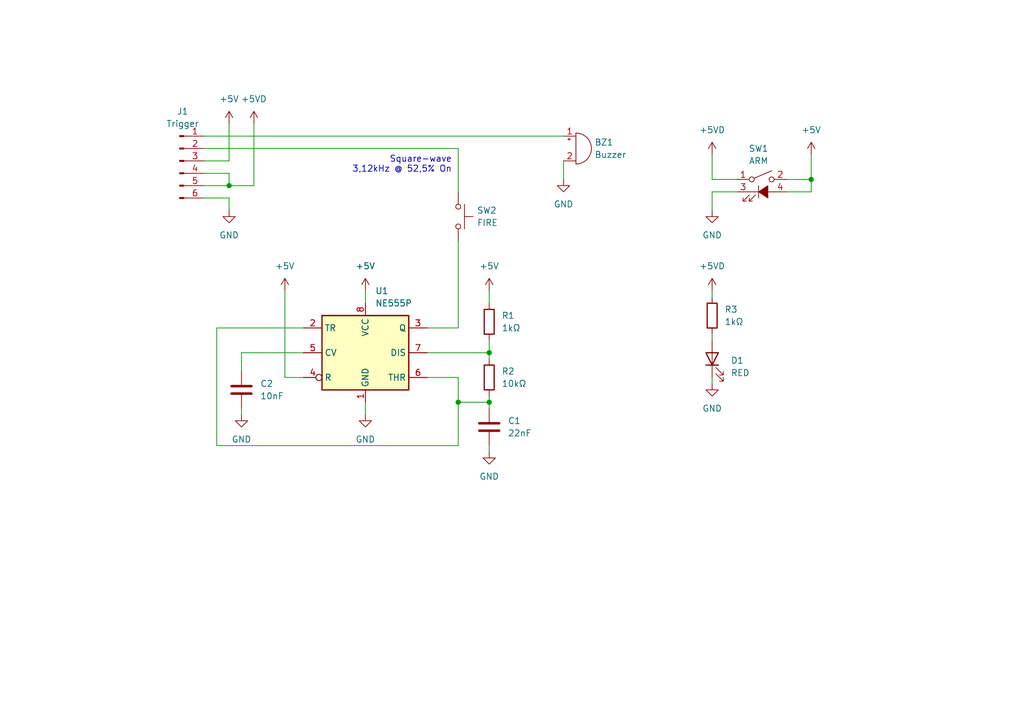
<source format=kicad_sch>
(kicad_sch (version 20211123) (generator eeschema)
  (paper "A5")
  (title_block (title "Trigger") (date "2023-06-24") (rev "1") (comment 4 "3,12kHz square-wave oscillator"))
  (lib_symbols
    (symbol "Connector:Conn_01x06_Male" (pin_names (offset 1.016) hide)
      (property "Reference" "J" (at 0 7.62 0))
      (property "Value" "Conn_01x06_Male" (at 0 -10.16 0))
      (symbol "Conn_01x06_Male_1_1"
        (polyline (pts (xy 1.27 -7.62) (xy 0.8636 -7.62)) (stroke (width 0.1524)))
        (polyline (pts (xy 1.27 -5.08) (xy 0.8636 -5.08)) (stroke (width 0.1524)))
        (polyline (pts (xy 1.27 -2.54) (xy 0.8636 -2.54)) (stroke (width 0.1524)))
        (polyline (pts (xy 1.27 0) (xy 0.8636 0)) (stroke (width 0.1524)))
        (polyline (pts (xy 1.27 2.54) (xy 0.8636 2.54)) (stroke (width 0.1524)))
        (polyline (pts (xy 1.27 5.08) (xy 0.8636 5.08)) (stroke (width 0.1524)))
        (rectangle (start 0.8636 -7.493) (end 0 -7.747) (stroke (width 0.1524)) (fill (type outline)))
        (rectangle (start 0.8636 -4.953) (end 0 -5.207) (stroke (width 0.1524)) (fill (type outline)))
        (rectangle (start 0.8636 -2.413) (end 0 -2.667) (stroke (width 0.1524)) (fill (type outline)))
        (rectangle (start 0.8636 0.127) (end 0 -0.127) (stroke (width 0.1524)) (fill (type outline)))
        (rectangle (start 0.8636 2.667) (end 0 2.413) (stroke (width 0.1524)) (fill (type outline)))
        (rectangle (start 0.8636 5.207) (end 0 4.953) (stroke (width 0.1524)) (fill (type outline)))
        (pin passive line (at 5.08 5.08 180) (length 3.81) (name "Pin_1") (number "1"))
        (pin passive line (at 5.08 2.54 180) (length 3.81) (name "Pin_2") (number "2"))
        (pin passive line (at 5.08 0 180) (length 3.81) (name "Pin_3") (number "3"))
        (pin passive line (at 5.08 -2.54 180) (length 3.81) (name "Pin_4") (number "4"))
        (pin passive line (at 5.08 -5.08 180) (length 3.81) (name "Pin_5") (number "5"))
        (pin passive line (at 5.08 -7.62 180) (length 3.81) (name "Pin_6") (number "6"))
      )
    )
    (symbol "Device:Buzzer" (pin_names (offset 0.0254) hide)
      (property "Reference" "BZ" (at 3.81 1.27 0))
      (property "Value" "Buzzer" (at 3.81 -1.27 0))
      (symbol "Buzzer_0_1"
        (arc (start 0 -3.175) (mid 3.175 0) (end 0 3.175))
        (polyline (pts (xy -1.651 1.905) (xy -1.143 1.905)))
        (polyline (pts (xy -1.397 2.159) (xy -1.397 1.651)))
        (polyline (pts (xy 0 3.175) (xy 0 -3.175)))
      )
      (symbol "Buzzer_1_1"
        (pin passive line (at -2.54 2.54 0) (length 2.54) (name "-") (number "1"))
        (pin passive line (at -2.54 -2.54 0) (length 2.54) (name "+") (number "2"))
      )
    )
    (symbol "Device:C" (pin_numbers hide) (pin_names (offset 0.254))
      (property "Reference" "C" (at 0.635 2.54 0))
      (property "Value" "C" (at 0.635 -2.54 0))
      (symbol "C_0_1"
        (polyline (pts (xy -2.032 -0.762) (xy 2.032 -0.762)) (stroke (width 0.508)))
        (polyline (pts (xy -2.032 0.762) (xy 2.032 0.762)) (stroke (width 0.508)))
      )
      (symbol "C_1_1"
        (pin passive line (at 0 3.81 270) (length 2.794) (name "~") (number "1"))
        (pin passive line (at 0 -3.81 90) (length 2.794) (name "~") (number "2"))
      )
    )
    (symbol "Device:LED" (pin_numbers hide) (pin_names (offset 1.016) hide)
      (property "Reference" "D" (at 0 2.54 0))
      (property "Value" "LED" (at 0 -2.54 0))
      (symbol "LED_0_1"
        (polyline (pts (xy -1.27 -1.27) (xy -1.27 1.27)) (stroke (width 0.254)))
        (polyline (pts (xy -1.27 0) (xy 1.27 0)))
        (polyline (pts (xy 1.27 -1.27) (xy 1.27 1.27) (xy -1.27 0) (xy 1.27 -1.27)) (stroke (width 0.254)))
        (polyline (pts (xy -3.048 -0.762) (xy -4.572 -2.286) (xy -3.81 -2.286) (xy -4.572 -2.286) (xy -4.572 -1.524)))
        (polyline (pts (xy -1.778 -0.762) (xy -3.302 -2.286) (xy -2.54 -2.286) (xy -3.302 -2.286) (xy -3.302 -1.524)))
      )
      (symbol "LED_1_1"
        (pin passive line (at -3.81 0 0) (length 2.54) (name "K") (number "1"))
        (pin passive line (at 3.81 0 180) (length 2.54) (name "A") (number "2"))
      )
    )
    (symbol "Device:R" (pin_numbers hide) (pin_names (offset 0))
      (property "Reference" "R" (at 2.032 0 90))
      (property "Value" "R" (at 0 0 90))
      (symbol "R_0_1"
        (rectangle (start -1.016 -2.54) (end 1.016 2.54) (stroke (width 0.254)))
      )
      (symbol "R_1_1"
        (pin passive line (at 0 3.81 270) (length 1.27) (name "~") (number "1"))
        (pin passive line (at 0 -3.81 90) (length 1.27) (name "~") (number "2"))
      )
    )
    (symbol "Switch:SW_Push" (pin_numbers hide) (pin_names (offset 1.016) hide)
      (property "Reference" "SW" (at 1.27 2.54 0))
      (property "Value" "SW_Push" (at 0 -1.524 0))
      (symbol "SW_Push_0_1"
        (circle (center -2.032 0) (radius 0.508))
        (polyline (pts (xy 0 1.27) (xy 0 3.048)))
        (polyline (pts (xy 2.54 1.27) (xy -2.54 1.27)))
        (circle (center 2.032 0) (radius 0.508))
        (pin passive line (at -5.08 0 0) (length 2.54) (name "1") (number "1"))
        (pin passive line (at 5.08 0 180) (length 2.54) (name "2") (number "2"))
      )
    )
    (symbol "Switch:SW_SPST_LED" (pin_names (offset 1.016) hide)
      (property "Reference" "SW" (at 0.635 5.715 0))
      (property "Value" "SW_SPST_LED" (at 0 -3.175 0))
      (symbol "SW_SPST_LED_0_0"
        (polyline (pts (xy -3.81 -1.905) (xy -2.54 -0.635)))
        (polyline (pts (xy -2.54 -1.905) (xy -1.27 -0.635)))
        (polyline (pts (xy -2.54 0) (xy 2.54 0)))
        (polyline (pts (xy -0.635 1.27) (xy -0.635 -1.27)))
        (polyline (pts (xy -3.81 -1.27) (xy -3.81 -1.905) (xy -3.175 -1.905)))
        (polyline (pts (xy -2.54 -1.27) (xy -2.54 -1.905) (xy -1.905 -1.905)))
        (polyline (pts (xy -0.635 0) (xy 1.27 1.27) (xy 1.27 -1.27) (xy -0.635 0)) (fill (type outline)))
      )
      (symbol "SW_SPST_LED_0_1"
        (circle (center -2.032 2.54) (radius 0.508))
        (polyline (pts (xy -1.524 2.794) (xy 2.032 4.318)))
        (circle (center 2.032 2.54) (radius 0.508))
        (pin passive line (at -5.08 2.54 0) (length 2.54) (name "1") (number "1"))
        (pin passive line (at 5.08 2.54 180) (length 2.54) (name "2") (number "2"))
        (pin passive line (at -5.08 0 0) (length 2.54) (name "K") (number "3"))
        (pin passive line (at 5.08 0 180) (length 2.54) (name "A") (number "4"))
      )
    )
    (symbol "Timer:NE555P"
      (property "Reference" "U" (at -10.16 8.89 0))
      (property "Value" "NE555P" (at 2.54 8.89 0))
      (symbol "NE555P_0_0"
        (pin power_in line (at 0 -10.16 90) (length 2.54) (name "GND") (number "1"))
        (pin power_in line (at 0 10.16 270) (length 2.54) (name "VCC") (number "8"))
      )
      (symbol "NE555P_0_1"
        (rectangle (start -8.89 -7.62) (end 8.89 7.62) (stroke (width 0.254)) (fill (type background)))
        (rectangle (start -8.89 -7.62) (end 8.89 7.62) (stroke (width 0.254)) (fill (type background)))
      )
      (symbol "NE555P_1_1"
        (pin input line (at -12.7 5.08 0) (length 3.81) (name "TR") (number "2"))
        (pin output line (at 12.7 5.08 180) (length 3.81) (name "Q") (number "3"))
        (pin input inverted (at -12.7 -5.08 0) (length 3.81) (name "R") (number "4"))
        (pin input line (at -12.7 0 0) (length 3.81) (name "CV") (number "5"))
        (pin input line (at 12.7 -5.08 180) (length 3.81) (name "THR") (number "6"))
        (pin input line (at 12.7 0 180) (length 3.81) (name "DIS") (number "7"))
      )
    )
    (symbol "power:+5V" (power) (pin_names (offset 0))
      (property "Value" "+5V" (at 0 3.556 0))
      (symbol "+5V_0_1"
        (polyline (pts (xy -0.762 1.27) (xy 0 2.54)))
        (polyline (pts (xy 0 0) (xy 0 2.54)))
        (polyline (pts (xy 0 2.54) (xy 0.762 1.27)))
      )
      (symbol "+5V_1_1"
        (pin power_in line (at 0 0 90) (length 0) hide (name "+5V") (number "1"))
      )
    )
    (symbol "power:+5VD" (power) (pin_names (offset 0))
      (property "Value" "+5VD" (at 0 3.556 0))
      (symbol "+5VD_0_1"
        (polyline (pts (xy -0.762 1.27) (xy 0 2.54)))
        (polyline (pts (xy 0 0) (xy 0 2.54)))
        (polyline (pts (xy 0 2.54) (xy 0.762 1.27)))
      )
      (symbol "+5VD_1_1"
        (pin power_in line (at 0 0 90) (length 0) hide (name "+5VD") (number "1"))
      )
    )
    (symbol "power:GND" (power) (pin_names (offset 0))
      (property "Value" "GND" (at 0 -3.81 0))
      (symbol "GND_0_1"
        (polyline (pts (xy 0 0) (xy 0 -1.27) (xy 1.27 -1.27) (xy 0 -2.54) (xy -1.27 -1.27) (xy 0 -1.27)))
      )
      (symbol "GND_1_1"
        (pin power_in line (at 0 0 270) (length 0) hide (name "GND") (number "1"))
      )
    )
  )
  (junction (at 100.33 72.39))
  (junction (at 93.98 82.55))
  (junction (at 46.99 38.1))
  (junction (at 166.37 36.83))
  (junction (at 100.33 82.55))
  (wire (pts (xy 44.45 91.44) (xy 93.98 91.44)))
  (wire (pts (xy 44.45 67.31) (xy 44.45 91.44)))
  (wire (pts (xy 74.93 82.55) (xy 74.93 85.09)))
  (wire (pts (xy 115.57 33.02) (xy 115.57 36.83)))
  (wire (pts (xy 52.07 25.4) (xy 52.07 38.1)))
  (wire (pts (xy 161.29 39.37) (xy 166.37 39.37)))
  (wire (pts (xy 62.23 67.31) (xy 44.45 67.31)))
  (wire (pts (xy 151.13 36.83) (xy 146.05 36.83)))
  (wire (pts (xy 100.33 92.71) (xy 100.33 91.44)))
  (wire (pts (xy 46.99 40.64) (xy 46.99 43.18)))
  (wire (pts (xy 74.93 59.69) (xy 74.93 62.23)))
  (wire (pts (xy 41.91 30.48) (xy 93.98 30.48)))
  (wire (pts (xy 100.33 72.39) (xy 100.33 73.66)))
  (wire (pts (xy 87.63 67.31) (xy 93.98 67.31)))
  (wire (pts (xy 93.98 30.48) (xy 93.98 39.37)))
  (wire (pts (xy 93.98 82.55) (xy 100.33 82.55)))
  (wire (pts (xy 146.05 77.47) (xy 146.05 78.74)))
  (wire (pts (xy 146.05 59.69) (xy 146.05 60.96)))
  (wire (pts (xy 49.53 76.2) (xy 49.53 72.39)))
  (wire (pts (xy 41.91 35.56) (xy 46.99 35.56)))
  (wire (pts (xy 146.05 43.18) (xy 146.05 39.37)))
  (wire (pts (xy 41.91 38.1) (xy 46.99 38.1)))
  (wire (pts (xy 58.42 77.47) (xy 62.23 77.47)))
  (wire (pts (xy 93.98 49.53) (xy 93.98 67.31)))
  (wire (pts (xy 41.91 33.02) (xy 46.99 33.02)))
  (wire (pts (xy 87.63 77.47) (xy 93.98 77.47)))
  (wire (pts (xy 49.53 72.39) (xy 62.23 72.39)))
  (wire (pts (xy 166.37 36.83) (xy 166.37 31.75)))
  (wire (pts (xy 49.53 83.82) (xy 49.53 85.09)))
  (wire (pts (xy 46.99 35.56) (xy 46.99 38.1)))
  (wire (pts (xy 146.05 68.58) (xy 146.05 69.85)))
  (wire (pts (xy 58.42 59.69) (xy 58.42 77.47)))
  (wire (pts (xy 100.33 81.28) (xy 100.33 82.55)))
  (wire (pts (xy 161.29 36.83) (xy 166.37 36.83)))
  (wire (pts (xy 146.05 39.37) (xy 151.13 39.37)))
  (wire (pts (xy 146.05 36.83) (xy 146.05 31.75)))
  (wire (pts (xy 166.37 39.37) (xy 166.37 36.83)))
  (wire (pts (xy 100.33 59.69) (xy 100.33 62.23)))
  (wire (pts (xy 41.91 40.64) (xy 46.99 40.64)))
  (wire (pts (xy 93.98 91.44) (xy 93.98 82.55)))
  (wire (pts (xy 46.99 25.4) (xy 46.99 33.02)))
  (wire (pts (xy 93.98 77.47) (xy 93.98 82.55)))
  (wire (pts (xy 100.33 69.85) (xy 100.33 72.39)))
  (wire (pts (xy 41.91 27.94) (xy 115.57 27.94)))
  (wire (pts (xy 100.33 82.55) (xy 100.33 83.82)))
  (wire (pts (xy 87.63 72.39) (xy 100.33 72.39)))
  (wire (pts (xy 46.99 38.1) (xy 52.07 38.1)))
  (text "Square-wave\n3,12kHz @ 52,5% On" (at 92.71 35.56 180) (effects (font (size 1.27 1.27)) (justify right bottom)))
  (symbol (lib_id "Device:C") (at 49.53 80.01 0) (unit 1)
    (property "Reference" "C2" (at 53.34 78.7399 0) (effects (justify left)))
    (property "Value" "10nF" (at 53.34 81.2799 0) (effects (justify left)))
  )
  (symbol (lib_id "Device:LED") (at 146.05 73.66 90) (unit 1)
    (property "Reference" "D1" (at 149.86 73.9774 90) (effects (justify right)))
    (property "Value" "RED" (at 149.86 76.5174 90) (effects (justify right)))
  )
  (symbol (lib_id "power:+5VD") (at 146.05 31.75 0) (unit 1)
    (property "Reference" "#PWR?" (effects hide))
    (property "Value" "+5VD" (at 146.05 26.67 0))
  )
  (symbol (lib_id "power:GND") (at 100.33 92.71 0) (unit 1)
    (property "Reference" "#PWR?" (effects hide))
    (property "Value" "GND" (at 100.33 97.79 0))
  )
  (symbol (lib_id "power:GND") (at 74.93 85.09 0) (unit 1)
    (property "Reference" "#PWR?" (effects hide))
    (property "Value" "GND" (at 74.93 90.17 0))
  )
  (symbol (lib_id "Device:C") (at 100.33 87.63 0) (unit 1)
    (property "Reference" "C1" (at 104.14 86.3599 0) (effects (justify left)))
    (property "Value" "22nF" (at 104.14 88.8999 0) (effects (justify left)))
  )
  (symbol (lib_id "Device:R") (at 146.05 64.77 180) (unit 1)
    (property "Reference" "R3" (at 148.59 63.4999 0) (effects (justify right)))
    (property "Value" "1kΩ" (at 148.59 66.0399 0) (effects (justify right)))
  )
  (symbol (lib_id "power:GND") (at 49.53 85.09 0) (unit 1)
    (property "Reference" "#PWR?" (effects hide))
    (property "Value" "GND" (at 49.53 90.17 0))
  )
  (symbol (lib_id "power:+5V") (at 74.93 59.69 0) (unit 1)
    (property "Reference" "#PWR?" (effects hide))
    (property "Value" "+5V" (at 74.93 54.61 0))
  )
  (symbol (lib_id "Switch:SW_Push") (at 93.98 44.45 270) (unit 1)
    (property "Reference" "SW2" (at 97.79 43.1799 90) (effects (justify left)))
    (property "Value" "FIRE" (at 97.79 45.7199 90) (effects (justify left)))
  )
  (symbol (lib_id "Device:Buzzer") (at 118.11 30.48 0) (unit 1)
    (property "Reference" "BZ1" (at 121.92 29.2099 0) (effects (justify left)))
    (property "Value" "Buzzer" (at 121.92 31.7499 0) (effects (justify left)))
  )
  (symbol (lib_id "power:+5VD") (at 52.07 25.4 0) (unit 1)
    (property "Reference" "#PWR?" (effects hide))
    (property "Value" "+5VD" (at 52.07 20.32 0))
  )
  (symbol (lib_id "Timer:NE555P") (at 74.93 72.39 0) (unit 1)
    (property "Reference" "U1" (at 76.9494 59.69 0) (effects (justify left)))
    (property "Value" "NE555P" (at 76.9494 62.23 0) (effects (justify left)))
    (property "Footprint" "Package_DIP:DIP-8_W7.62mm" (effects hide))
    (property "Datasheet" "http://www.ti.com/lit/ds/symlink/ne555.pdf" (effects hide))
  )
  (symbol (lib_id "power:+5V") (at 166.37 31.75 0) (unit 1)
    (property "Reference" "#PWR?" (effects hide))
    (property "Value" "+5V" (at 166.37 26.67 0))
  )
  (symbol (lib_id "Switch:SW_SPST_LED") (at 156.21 39.37 0) (unit 1)
    (property "Reference" "SW1" (at 155.575 30.48 0))
    (property "Value" "ARM" (at 155.575 33.02 0))
  )
  (symbol (lib_id "power:+5V") (at 100.33 59.69 0) (unit 1)
    (property "Reference" "#PWR?" (effects hide))
    (property "Value" "+5V" (at 100.33 54.61 0))
  )
  (symbol (lib_id "power:+5VD") (at 146.05 59.69 0) (unit 1)
    (property "Reference" "#PWR?" (effects hide))
    (property "Value" "+5VD" (at 146.05 54.61 0))
  )
  (symbol (lib_id "power:GND") (at 146.05 78.74 0) (unit 1)
    (property "Reference" "#PWR?" (effects hide))
    (property "Value" "GND" (at 146.05 83.82 0))
  )
  (symbol (lib_id "power:+5V") (at 58.42 59.69 0) (unit 1)
    (property "Reference" "#PWR?" (effects hide))
    (property "Value" "+5V" (at 58.42 54.61 0))
  )
  (symbol (lib_id "power:GND") (at 46.99 43.18 0) (unit 1)
    (property "Reference" "#PWR?" (effects hide))
    (property "Value" "GND" (at 46.99 48.26 0))
  )
  (symbol (lib_id "Device:R") (at 100.33 77.47 180) (unit 1)
    (property "Reference" "R2" (at 102.87 76.1999 0) (effects (justify right)))
    (property "Value" "10kΩ" (at 102.87 78.7399 0) (effects (justify right)))
  )
  (symbol (lib_id "Connector:Conn_01x06_Male") (at 36.83 33.02 0) (unit 1)
    (property "Reference" "J1" (at 37.465 22.86 0))
    (property "Value" "Trigger" (at 37.465 25.4 0))
  )
  (symbol (lib_id "Device:R") (at 100.33 66.04 180) (unit 1)
    (property "Reference" "R1" (at 102.87 64.7699 0) (effects (justify right)))
    (property "Value" "1kΩ" (at 102.87 67.3099 0) (effects (justify right)))
  )
  (symbol (lib_id "power:GND") (at 146.05 43.18 0) (unit 1)
    (property "Reference" "#PWR?" (effects hide))
    (property "Value" "GND" (at 146.05 48.26 0))
  )
  (symbol (lib_id "power:GND") (at 115.57 36.83 0) (unit 1)
    (property "Reference" "#PWR?" (effects hide))
    (property "Value" "GND" (at 115.57 41.91 0))
  )
  (symbol (lib_id "power:+5V") (at 46.99 25.4 0) (unit 1)
    (property "Reference" "#PWR?" (effects hide))
    (property "Value" "+5V" (at 46.99 20.32 0))
  )
)
</source>
